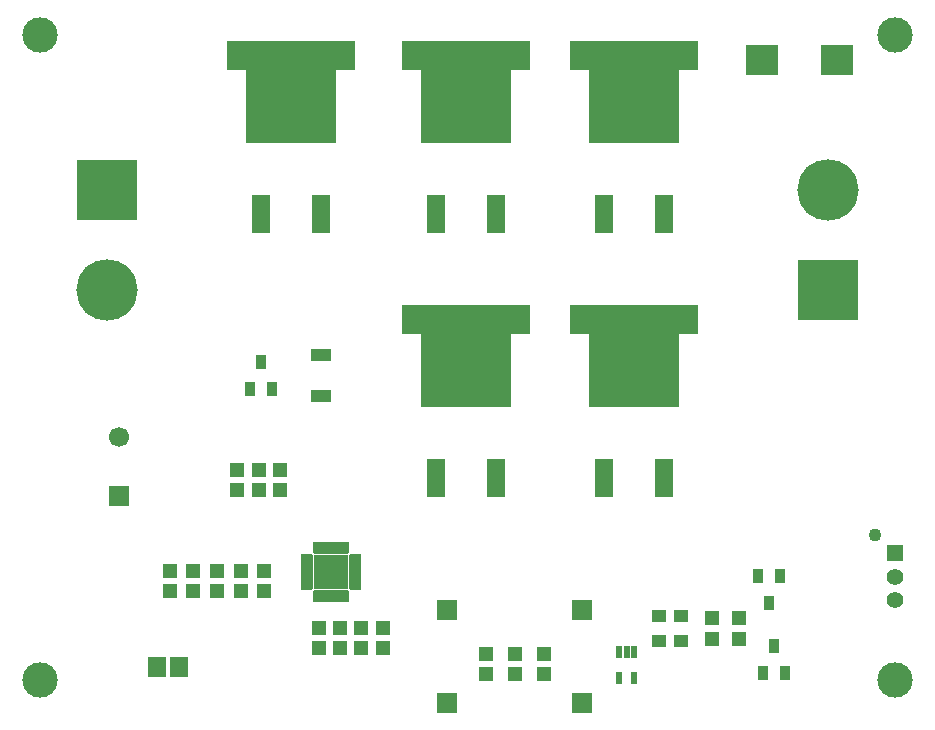
<source format=gbr>
G04 DipTrace 3.2.0.0*
G04 shoulder_mc_pcb_TopMask.gbr*
%MOMM*%
G04 #@! TF.FileFunction,Soldermask,Top*
G04 #@! TF.Part,Single*
%AMOUTLINE1*
4,1,8,
5.4,1.875,
3.85,1.875,
3.85,-4.325,
-3.85,-4.325,
-3.85,1.875,
-5.4,1.875,
-5.4,4.325,
5.4,4.325,
5.4,1.875,
0*%
%AMOUTLINE4*
4,1,5,
-0.25,-0.525,
-0.25,0.525,
0.09142,0.525,
0.25,0.36642,
0.25,-0.525,
-0.25,-0.525,
0*%
%AMOUTLINE7*
4,1,5,
0.25,-0.525,
0.25,0.525,
-0.25,0.525,
-0.25,-0.36642,
-0.09142,-0.525,
0.25,-0.525,
0*%
%AMOUTLINE10*
4,1,5,
-0.525,-0.25,
0.525,-0.25,
0.525,0.09142,
0.36642,0.25,
-0.525,0.25,
-0.525,-0.25,
0*%
%AMOUTLINE13*
4,1,5,
0.525,0.25,
-0.525,0.25,
-0.525,-0.09142,
-0.36642,-0.25,
0.525,-0.25,
0.525,0.25,
0*%
%AMOUTLINE16*
4,1,5,
0.25,0.525,
0.25,-0.525,
-0.25,-0.525,
-0.25,0.36642,
-0.09142,0.525,
0.25,0.525,
0*%
%AMOUTLINE19*
4,1,5,
-0.25,-0.525,
-0.25,0.525,
0.25,0.525,
0.25,-0.36642,
0.09142,-0.525,
-0.25,-0.525,
0*%
%AMOUTLINE22*
4,1,5,
-0.525,0.25,
0.525,0.25,
0.525,-0.09142,
0.36642,-0.25,
-0.525,-0.25,
-0.525,0.25,
0*%
%AMOUTLINE25*
4,1,5,
0.525,-0.25,
-0.525,-0.25,
-0.525,0.09142,
-0.36642,0.25,
0.525,0.25,
0.525,-0.25,
0*%
%ADD17C,3.0*%
%ADD44C,1.1*%
%ADD49R,1.2X1.1*%
%ADD51R,0.6X1.1*%
%ADD53R,3.0X3.0*%
%ADD55R,0.5X1.05*%
%ADD57R,1.05X0.5*%
%ADD59R,1.5X3.3*%
%ADD61R,0.85X1.25*%
%ADD63C,5.2*%
%ADD65R,5.2X5.2*%
%ADD67C,1.4*%
%ADD69R,1.4X1.4*%
%ADD71R,1.5X1.7*%
%ADD73R,1.8X1.0*%
%ADD75R,2.8X2.6*%
%ADD77C,1.7*%
%ADD79R,1.2X1.3*%
%ADD81R,1.7X1.7*%
%ADD89OUTLINE1*%
%ADD92OUTLINE4*%
%ADD95OUTLINE7*%
%ADD98OUTLINE10*%
%ADD101OUTLINE13*%
%ADD104OUTLINE16*%
%ADD107OUTLINE19*%
%ADD110OUTLINE22*%
%ADD113OUTLINE25*%
%FSLAX35Y35*%
G04*
G71*
G90*
G75*
G01*
G04 TopMask*
%LPD*%
D79*
X2080000Y1300000D3*
Y1130000D3*
X2047873Y1984377D3*
Y2154377D3*
D81*
X1047750Y1936750D3*
D77*
Y2436750D3*
D79*
X2921000Y820000D3*
Y650000D3*
X2280000Y1130000D3*
Y1300000D3*
X2740000Y650000D3*
Y820000D3*
D75*
X6490000Y5630000D3*
X7130033D3*
D79*
X6070823Y730653D3*
Y900653D3*
D73*
X2762250Y3127373D3*
Y2787373D3*
D71*
X1560000Y490000D3*
X1370000D3*
D69*
X7622377Y1453500D3*
D67*
Y1253500D3*
Y1053500D3*
D44*
X7452377Y1603500D3*
D65*
X950000Y4530000D3*
D63*
Y3680000D3*
D65*
X7050000D3*
D63*
Y4530000D3*
D61*
X2159000Y2841627D3*
X2349000D3*
X2254000Y3071627D3*
D59*
X2250000Y4329000D3*
X2758000D3*
D89*
X2504000Y5361500D3*
D59*
X5160000Y4329000D3*
X5668000D3*
D89*
X5414000Y5361500D3*
D59*
X3730000Y4329000D3*
X4238000D3*
D89*
X3984000Y5361500D3*
D59*
X5160000Y2089000D3*
X5668000D3*
D89*
X5414000Y3121500D3*
D59*
X3730000Y2089000D3*
X4238000D3*
D89*
X3984000Y3121500D3*
D61*
X6502920Y440000D3*
X6692920D3*
X6597920Y670000D3*
X6650000Y1260000D3*
X6460000D3*
X6555000Y1030000D3*
D79*
X2413000Y1984377D3*
Y2154377D3*
X2238373Y1984377D3*
Y2154377D3*
X1480000Y1130000D3*
Y1300000D3*
X1680000Y1130000D3*
Y1300000D3*
X1880000Y1130000D3*
Y1300000D3*
X3102000Y820000D3*
Y650000D3*
X3283000Y820000D3*
Y650000D3*
X6300740Y900653D3*
Y730653D3*
X4155000Y597500D3*
Y427500D3*
X4402943Y597500D3*
Y427500D3*
X4650887Y597500D3*
Y427500D3*
D81*
X3825473Y968273D3*
Y188273D3*
X4968353Y968273D3*
Y188273D3*
D92*
X2970000Y1090000D3*
D57*
X2642000Y1367000D3*
Y1317000D3*
Y1267000D3*
Y1217000D3*
D55*
X2770000Y1090000D3*
X2820000D3*
X2870000D3*
X2920000D3*
D57*
X3048000Y1217000D3*
Y1267000D3*
Y1317000D3*
Y1367000D3*
D55*
X2920000Y1494000D3*
X2870000D3*
X2820000D3*
X2770000D3*
D53*
X2845000Y1292000D3*
D95*
X2720000Y1494000D3*
D98*
X2642000Y1417000D3*
D101*
X3048000Y1167000D3*
D104*
X2720000Y1090000D3*
D107*
X2970000Y1494000D3*
D110*
X2642000Y1167000D3*
D113*
X3048000Y1417000D3*
D51*
X5412807Y619060D3*
X5347807D3*
X5282807D3*
Y399060D3*
X5412807D3*
D49*
X5619160Y920653D3*
Y710653D3*
X5809160Y920653D3*
Y710653D3*
D17*
X381000Y381000D3*
X7620000D3*
X381000Y5842000D3*
X7620000D3*
M02*

</source>
